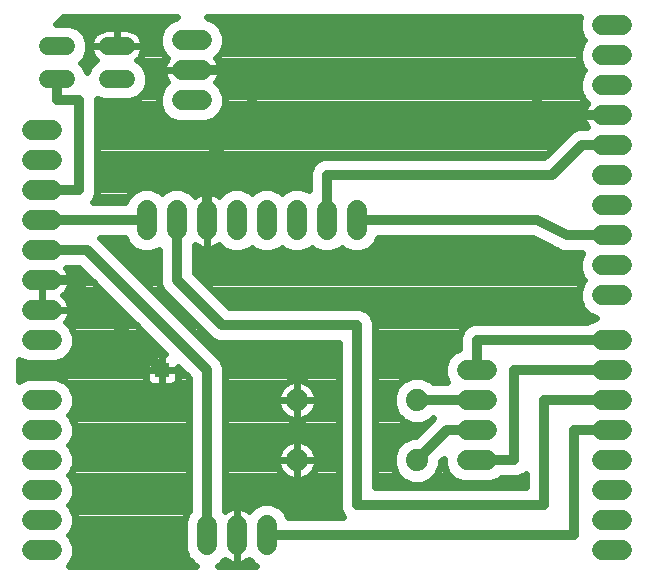
<source format=gbl>
G75*
%MOIN*%
%OFA0B0*%
%FSLAX24Y24*%
%IPPOS*%
%LPD*%
%AMOC8*
5,1,8,0,0,1.08239X$1,22.5*
%
%ADD10C,0.0660*%
%ADD11C,0.0740*%
%ADD12C,0.0600*%
%ADD13C,0.0320*%
%ADD14C,0.0240*%
%ADD15R,0.0480X0.0480*%
D10*
X001070Y002150D02*
X001730Y002150D01*
X001730Y003150D02*
X001070Y003150D01*
X001070Y004150D02*
X001730Y004150D01*
X001730Y005150D02*
X001070Y005150D01*
X001070Y006150D02*
X001730Y006150D01*
X001730Y007150D02*
X001070Y007150D01*
X001070Y009150D02*
X001730Y009150D01*
X001730Y010150D02*
X001070Y010150D01*
X001070Y011150D02*
X001730Y011150D01*
X001730Y012150D02*
X001070Y012150D01*
X001070Y013150D02*
X001730Y013150D01*
X001730Y014150D02*
X001070Y014150D01*
X001070Y015150D02*
X001730Y015150D01*
X001730Y016150D02*
X001070Y016150D01*
X004900Y013480D02*
X004900Y012820D01*
X005900Y012820D02*
X005900Y013480D01*
X006900Y013480D02*
X006900Y012820D01*
X007900Y012820D02*
X007900Y013480D01*
X008900Y013480D02*
X008900Y012820D01*
X009900Y012820D02*
X009900Y013480D01*
X010900Y013480D02*
X010900Y012820D01*
X011900Y012820D02*
X011900Y013480D01*
X015570Y008150D02*
X016230Y008150D01*
X016230Y007150D02*
X015570Y007150D01*
X015570Y006150D02*
X016230Y006150D01*
X016230Y005150D02*
X015570Y005150D01*
X020070Y005150D02*
X020730Y005150D01*
X020730Y006150D02*
X020070Y006150D01*
X020070Y007150D02*
X020730Y007150D01*
X020730Y008150D02*
X020070Y008150D01*
X020070Y009150D02*
X020730Y009150D01*
X020730Y010650D02*
X020070Y010650D01*
X020070Y011650D02*
X020730Y011650D01*
X020730Y012650D02*
X020070Y012650D01*
X020070Y013650D02*
X020730Y013650D01*
X020730Y014650D02*
X020070Y014650D01*
X020070Y015650D02*
X020730Y015650D01*
X020730Y016650D02*
X020070Y016650D01*
X020070Y017650D02*
X020730Y017650D01*
X020730Y018650D02*
X020070Y018650D01*
X020070Y019650D02*
X020730Y019650D01*
X020730Y004150D02*
X020070Y004150D01*
X020070Y003150D02*
X020730Y003150D01*
X020730Y002150D02*
X020070Y002150D01*
X008900Y002320D02*
X008900Y002980D01*
X007900Y002980D02*
X007900Y002320D01*
X006900Y002320D02*
X006900Y002980D01*
X006730Y017150D02*
X006070Y017150D01*
X006070Y018150D02*
X006730Y018150D01*
X006730Y019150D02*
X006070Y019150D01*
D11*
X009900Y007150D03*
X009900Y005150D03*
X013900Y005150D03*
X013900Y007150D03*
D12*
X004200Y017850D02*
X003600Y017850D01*
X003600Y018950D02*
X004200Y018950D01*
X002200Y018950D02*
X001600Y018950D01*
X001600Y017850D02*
X002200Y017850D01*
D13*
X001900Y017850D02*
X001900Y017150D01*
X002650Y017150D01*
X002650Y014150D01*
X001400Y014150D01*
X001400Y013150D02*
X004900Y013150D01*
X005900Y013150D02*
X005900Y011150D01*
X007400Y009650D01*
X011900Y009650D01*
X011900Y003650D01*
X018150Y003650D01*
X018150Y007150D01*
X020400Y007150D01*
X020400Y006150D02*
X019150Y006150D01*
X019150Y002650D01*
X008900Y002650D01*
X006900Y002650D02*
X006900Y008150D01*
X002900Y012150D01*
X001400Y012150D01*
X001400Y011150D02*
X002400Y011150D01*
X005400Y008150D01*
X006900Y013150D02*
X006900Y015150D01*
X008400Y016650D01*
X008400Y018150D01*
X017900Y018150D01*
X017900Y016650D01*
X020400Y016650D01*
X020400Y015650D02*
X019400Y015650D01*
X018400Y014650D01*
X010900Y014650D01*
X010900Y013150D01*
X011900Y013150D02*
X017900Y013150D01*
X018900Y012650D01*
X020400Y012650D01*
X020400Y009150D02*
X015900Y009150D01*
X015900Y008150D01*
X015900Y007150D02*
X013900Y007150D01*
X014900Y006150D02*
X013900Y005150D01*
X014900Y006150D02*
X015900Y006150D01*
X015900Y005150D02*
X017150Y005150D01*
X017150Y008150D01*
X020400Y008150D01*
X008400Y018150D02*
X006400Y018150D01*
D14*
X007360Y018150D01*
X007360Y018200D01*
X007344Y018298D01*
X007314Y018392D01*
X007269Y018480D01*
X007218Y018550D01*
X007383Y018714D01*
X007500Y018997D01*
X007500Y019303D01*
X007383Y019586D01*
X007166Y019803D01*
X006907Y019910D01*
X019344Y019910D01*
X019300Y019803D01*
X019300Y019497D01*
X019417Y019214D01*
X019481Y019150D01*
X019417Y019086D01*
X019300Y018803D01*
X019300Y018497D01*
X019417Y018214D01*
X019481Y018150D01*
X019417Y018086D01*
X019300Y017803D01*
X019300Y017497D01*
X019417Y017214D01*
X019582Y017050D01*
X019531Y016980D01*
X019486Y016892D01*
X019456Y016798D01*
X019440Y016700D01*
X019440Y016650D01*
X020400Y016650D01*
X020400Y016650D01*
X019440Y016650D01*
X019440Y016600D01*
X019456Y016502D01*
X019486Y016408D01*
X019531Y016320D01*
X019582Y016250D01*
X019581Y016250D01*
X019281Y016250D01*
X019060Y016159D01*
X018891Y015990D01*
X018151Y015250D01*
X010781Y015250D01*
X010560Y015159D01*
X010391Y014990D01*
X010300Y014769D01*
X010300Y014148D01*
X010053Y014250D01*
X009747Y014250D01*
X009464Y014133D01*
X009400Y014069D01*
X009336Y014133D01*
X009053Y014250D01*
X008747Y014250D01*
X008464Y014133D01*
X008400Y014069D01*
X008336Y014133D01*
X008053Y014250D01*
X007747Y014250D01*
X007464Y014133D01*
X007300Y013968D01*
X007230Y014019D01*
X007142Y014064D01*
X007048Y014094D01*
X006950Y014110D01*
X006900Y014110D01*
X006900Y013150D01*
X006900Y013150D01*
X006900Y014110D01*
X006850Y014110D01*
X006752Y014094D01*
X006658Y014064D01*
X006570Y014019D01*
X006500Y013968D01*
X006336Y014133D01*
X006053Y014250D01*
X005747Y014250D01*
X005464Y014133D01*
X005400Y014069D01*
X005336Y014133D01*
X005053Y014250D01*
X004747Y014250D01*
X004464Y014133D01*
X004247Y013916D01*
X004178Y013750D01*
X003099Y013750D01*
X003159Y013810D01*
X003250Y014031D01*
X003250Y017194D01*
X003453Y017110D01*
X004347Y017110D01*
X004619Y017223D01*
X004827Y017431D01*
X004940Y017703D01*
X004940Y017997D01*
X004827Y018269D01*
X004619Y018477D01*
X004588Y018490D01*
X004591Y018492D01*
X004658Y018559D01*
X004713Y018636D01*
X004756Y018720D01*
X004785Y018809D01*
X004800Y018903D01*
X004800Y018950D01*
X004800Y018997D01*
X004785Y019090D01*
X004756Y019180D01*
X004713Y019264D01*
X004658Y019341D01*
X004591Y019408D01*
X004514Y019463D01*
X004430Y019506D01*
X004340Y019535D01*
X004247Y019550D01*
X003900Y019550D01*
X003900Y018950D01*
X003900Y018950D01*
X004800Y018950D01*
X003900Y018950D01*
X003900Y018950D01*
X003900Y018950D01*
X003000Y018950D01*
X003000Y018997D01*
X003015Y019090D01*
X003044Y019180D01*
X003087Y019264D01*
X003142Y019341D01*
X003209Y019408D01*
X003286Y019463D01*
X003370Y019506D01*
X003459Y019535D01*
X003553Y019550D01*
X003900Y019550D01*
X003900Y018950D01*
X003000Y018950D01*
X003000Y018903D01*
X003015Y018809D01*
X003044Y018720D01*
X003087Y018636D01*
X003142Y018559D01*
X003209Y018492D01*
X003212Y018490D01*
X003181Y018477D01*
X002973Y018269D01*
X002900Y018094D01*
X002827Y018269D01*
X002697Y018400D01*
X002827Y018531D01*
X002940Y018803D01*
X002940Y019097D01*
X002827Y019369D01*
X002619Y019577D01*
X002347Y019690D01*
X001883Y019690D01*
X002103Y019910D01*
X005893Y019910D01*
X005634Y019803D01*
X005417Y019586D01*
X005300Y019303D01*
X005300Y018997D01*
X005417Y018714D01*
X005582Y018550D01*
X005531Y018480D01*
X005486Y018392D01*
X005456Y018298D01*
X005440Y018200D01*
X005440Y018150D01*
X006400Y018150D01*
X006400Y018150D01*
X007360Y018150D01*
X007360Y018100D01*
X007344Y018002D01*
X007314Y017908D01*
X007269Y017820D01*
X007218Y017750D01*
X007383Y017586D01*
X007500Y017303D01*
X007500Y016997D01*
X007383Y016714D01*
X007166Y016497D01*
X006883Y016380D01*
X005917Y016380D01*
X005634Y016497D01*
X005417Y016714D01*
X005300Y016997D01*
X005300Y017303D01*
X005417Y017586D01*
X005582Y017750D01*
X005531Y017820D01*
X005486Y017908D01*
X005456Y018002D01*
X005440Y018100D01*
X005440Y018150D01*
X006400Y018150D01*
X006400Y018150D01*
X007220Y017753D02*
X019300Y017753D01*
X019300Y017515D02*
X007412Y017515D01*
X007500Y017276D02*
X019391Y017276D01*
X019573Y017038D02*
X007500Y017038D01*
X007418Y016799D02*
X019456Y016799D01*
X019446Y016561D02*
X007229Y016561D01*
X007341Y017992D02*
X019378Y017992D01*
X019411Y018230D02*
X007355Y018230D01*
X007275Y018469D02*
X019312Y018469D01*
X019300Y018707D02*
X007376Y018707D01*
X007479Y018946D02*
X019359Y018946D01*
X019447Y019184D02*
X007500Y019184D01*
X007451Y019423D02*
X019331Y019423D01*
X019300Y019661D02*
X007308Y019661D01*
X006933Y019900D02*
X019340Y019900D01*
X019530Y016322D02*
X003250Y016322D01*
X003250Y016084D02*
X018985Y016084D01*
X018746Y015845D02*
X003250Y015845D01*
X003250Y015607D02*
X018508Y015607D01*
X018269Y015368D02*
X003250Y015368D01*
X003250Y015130D02*
X010531Y015130D01*
X010350Y014891D02*
X003250Y014891D01*
X003250Y014653D02*
X010300Y014653D01*
X010300Y014414D02*
X003250Y014414D01*
X003250Y014176D02*
X004567Y014176D01*
X004268Y013937D02*
X003211Y013937D01*
X003349Y012550D02*
X004178Y012550D01*
X004247Y012384D01*
X004464Y012167D01*
X004747Y012050D01*
X005053Y012050D01*
X005300Y012152D01*
X005300Y011031D01*
X005391Y010810D01*
X005560Y010641D01*
X007060Y009141D01*
X007281Y009050D01*
X011300Y009050D01*
X011300Y003531D01*
X011391Y003310D01*
X011451Y003250D01*
X009622Y003250D01*
X009553Y003416D01*
X009336Y003633D01*
X009053Y003750D01*
X008747Y003750D01*
X008464Y003633D01*
X008300Y003468D01*
X008230Y003519D01*
X008142Y003564D01*
X008048Y003594D01*
X007950Y003610D01*
X007900Y003610D01*
X007900Y002650D01*
X007900Y002650D01*
X007900Y003610D01*
X007850Y003610D01*
X007752Y003594D01*
X007658Y003564D01*
X007570Y003519D01*
X007500Y003468D01*
X007500Y003469D01*
X007500Y008269D01*
X007409Y008490D01*
X007240Y008659D01*
X003409Y012490D01*
X003349Y012550D01*
X003393Y012506D02*
X004197Y012506D01*
X004364Y012268D02*
X003631Y012268D01*
X003409Y012490D02*
X003409Y012490D01*
X003870Y012029D02*
X005300Y012029D01*
X005300Y011791D02*
X004108Y011791D01*
X004347Y011552D02*
X005300Y011552D01*
X005300Y011314D02*
X004585Y011314D01*
X004824Y011075D02*
X005300Y011075D01*
X005380Y010837D02*
X005062Y010837D01*
X005301Y010598D02*
X005603Y010598D01*
X005539Y010360D02*
X005842Y010360D01*
X005778Y010121D02*
X006080Y010121D01*
X006016Y009883D02*
X006319Y009883D01*
X006255Y009644D02*
X006557Y009644D01*
X006493Y009406D02*
X006796Y009406D01*
X006732Y009167D02*
X007034Y009167D01*
X006970Y008929D02*
X011300Y008929D01*
X011300Y008690D02*
X007209Y008690D01*
X007240Y008659D02*
X007240Y008659D01*
X007425Y008452D02*
X011300Y008452D01*
X011300Y008213D02*
X007500Y008213D01*
X007500Y007975D02*
X011300Y007975D01*
X011300Y007736D02*
X010225Y007736D01*
X010197Y007752D02*
X010116Y007786D01*
X010031Y007809D01*
X009944Y007820D01*
X009900Y007820D01*
X009900Y007150D01*
X009900Y005150D01*
X010570Y005150D01*
X010570Y005194D01*
X010559Y005281D01*
X010536Y005366D01*
X010502Y005447D01*
X010458Y005523D01*
X010405Y005593D01*
X010343Y005655D01*
X010273Y005708D01*
X010197Y005752D01*
X010116Y005786D01*
X010031Y005809D01*
X009944Y005820D01*
X009900Y005820D01*
X009900Y005150D01*
X009900Y005150D01*
X009900Y005150D01*
X010570Y005150D01*
X010570Y005106D01*
X010559Y005019D01*
X010536Y004934D01*
X010502Y004853D01*
X010458Y004777D01*
X010405Y004707D01*
X010343Y004645D01*
X010273Y004592D01*
X010197Y004548D01*
X010116Y004514D01*
X010031Y004491D01*
X009944Y004480D01*
X009900Y004480D01*
X009900Y005150D01*
X009900Y005150D01*
X009900Y005150D01*
X009230Y005150D01*
X009230Y005194D01*
X009241Y005281D01*
X009264Y005366D01*
X009298Y005447D01*
X009342Y005523D01*
X009395Y005593D01*
X009457Y005655D01*
X009527Y005708D01*
X009603Y005752D01*
X009684Y005786D01*
X009769Y005809D01*
X009856Y005820D01*
X009900Y005820D01*
X009900Y005150D01*
X009900Y004480D01*
X009856Y004480D01*
X009769Y004491D01*
X009684Y004514D01*
X009603Y004548D01*
X009527Y004592D01*
X009457Y004645D01*
X009395Y004707D01*
X009342Y004777D01*
X009298Y004853D01*
X009264Y004934D01*
X009241Y005019D01*
X009230Y005106D01*
X009230Y005150D01*
X009900Y005150D01*
X009900Y005113D02*
X009900Y005113D01*
X009900Y005351D02*
X009900Y005351D01*
X009900Y005590D02*
X009900Y005590D01*
X010407Y005590D02*
X011300Y005590D01*
X011300Y005828D02*
X007500Y005828D01*
X007500Y005590D02*
X009393Y005590D01*
X009260Y005351D02*
X007500Y005351D01*
X007500Y005113D02*
X009230Y005113D01*
X009289Y004874D02*
X007500Y004874D01*
X007500Y004636D02*
X009470Y004636D01*
X009900Y004636D02*
X009900Y004636D01*
X009900Y004874D02*
X009900Y004874D01*
X010330Y004636D02*
X011300Y004636D01*
X011300Y004874D02*
X010511Y004874D01*
X010570Y005113D02*
X011300Y005113D01*
X011300Y005351D02*
X010540Y005351D01*
X011300Y006067D02*
X007500Y006067D01*
X007500Y006305D02*
X011300Y006305D01*
X011300Y006544D02*
X010187Y006544D01*
X010197Y006548D02*
X010273Y006592D01*
X010343Y006645D01*
X010405Y006707D01*
X010458Y006777D01*
X010502Y006853D01*
X010536Y006934D01*
X010559Y007019D01*
X010570Y007106D01*
X010570Y007150D01*
X010570Y007194D01*
X010559Y007281D01*
X010536Y007366D01*
X010502Y007447D01*
X010458Y007523D01*
X010405Y007593D01*
X010343Y007655D01*
X010273Y007708D01*
X010197Y007752D01*
X009900Y007736D02*
X009900Y007736D01*
X009900Y007820D02*
X009856Y007820D01*
X009769Y007809D01*
X009684Y007786D01*
X009603Y007752D01*
X009527Y007708D01*
X009457Y007655D01*
X009395Y007593D01*
X009342Y007523D01*
X009298Y007447D01*
X009264Y007366D01*
X009241Y007281D01*
X009230Y007194D01*
X009230Y007150D01*
X009900Y007150D01*
X010570Y007150D01*
X009900Y007150D01*
X009900Y007150D01*
X009900Y007150D01*
X009900Y006480D01*
X009944Y006480D01*
X010031Y006491D01*
X010116Y006514D01*
X010197Y006548D01*
X009900Y006544D02*
X009900Y006544D01*
X009900Y006480D02*
X009900Y007150D01*
X009900Y007150D01*
X009900Y007150D01*
X009900Y007820D01*
X009900Y007498D02*
X009900Y007498D01*
X009900Y007259D02*
X009900Y007259D01*
X009900Y007150D02*
X009230Y007150D01*
X009230Y007106D01*
X009241Y007019D01*
X009264Y006934D01*
X009298Y006853D01*
X009342Y006777D01*
X009395Y006707D01*
X009457Y006645D01*
X009527Y006592D01*
X009603Y006548D01*
X009684Y006514D01*
X009769Y006491D01*
X009856Y006480D01*
X009900Y006480D01*
X009900Y006782D02*
X009900Y006782D01*
X009900Y007021D02*
X009900Y007021D01*
X009613Y006544D02*
X007500Y006544D01*
X007500Y006782D02*
X009339Y006782D01*
X009241Y007021D02*
X007500Y007021D01*
X007500Y007259D02*
X009239Y007259D01*
X009327Y007498D02*
X007500Y007498D01*
X007500Y007736D02*
X009575Y007736D01*
X010473Y007498D02*
X011300Y007498D01*
X011300Y007259D02*
X010561Y007259D01*
X010559Y007021D02*
X011300Y007021D01*
X011300Y006782D02*
X010461Y006782D01*
X011300Y004397D02*
X007500Y004397D01*
X007500Y004159D02*
X011300Y004159D01*
X011300Y003920D02*
X007500Y003920D01*
X007500Y003682D02*
X008581Y003682D01*
X009219Y003682D02*
X011300Y003682D01*
X011336Y003443D02*
X009526Y003443D01*
X008300Y001832D02*
X008230Y001781D01*
X008142Y001736D01*
X008048Y001706D01*
X007950Y001690D01*
X007900Y001690D01*
X007900Y002650D01*
X007900Y002650D01*
X007900Y001690D01*
X007850Y001690D01*
X007752Y001706D01*
X007658Y001736D01*
X007570Y001781D01*
X007500Y001832D01*
X007336Y001667D01*
X007270Y001640D01*
X008530Y001640D01*
X008464Y001667D01*
X008300Y001832D01*
X008358Y001774D02*
X008215Y001774D01*
X007900Y001774D02*
X007900Y001774D01*
X007900Y002012D02*
X007900Y002012D01*
X007900Y002251D02*
X007900Y002251D01*
X007900Y002489D02*
X007900Y002489D01*
X007900Y002728D02*
X007900Y002728D01*
X007900Y002966D02*
X007900Y002966D01*
X007900Y003205D02*
X007900Y003205D01*
X007900Y003443D02*
X007900Y003443D01*
X007585Y001774D02*
X007442Y001774D01*
X006530Y001640D02*
X002309Y001640D01*
X002383Y001714D01*
X002500Y001997D01*
X002500Y002303D01*
X002383Y002586D01*
X002319Y002650D01*
X002383Y002714D01*
X002500Y002997D01*
X002500Y003303D01*
X002383Y003586D01*
X002319Y003650D01*
X002383Y003714D01*
X002500Y003997D01*
X002500Y004303D01*
X002383Y004586D01*
X002319Y004650D01*
X002383Y004714D01*
X002500Y004997D01*
X002500Y005303D01*
X002383Y005586D01*
X002319Y005650D01*
X002383Y005714D01*
X002500Y005997D01*
X002500Y006303D01*
X002383Y006586D01*
X002319Y006650D01*
X002383Y006714D01*
X002500Y006997D01*
X002500Y007303D01*
X002383Y007586D01*
X002166Y007803D01*
X001883Y007920D01*
X000917Y007920D01*
X000640Y007805D01*
X000640Y008495D01*
X000917Y008380D01*
X001883Y008380D01*
X002166Y008497D01*
X002383Y008714D01*
X002500Y008997D01*
X002500Y009303D01*
X002383Y009586D01*
X002218Y009750D01*
X002269Y009820D01*
X002314Y009908D01*
X002344Y010002D01*
X002360Y010100D01*
X002360Y010150D01*
X002360Y010200D01*
X002344Y010298D01*
X002314Y010392D01*
X002269Y010480D01*
X002211Y010560D01*
X002140Y010631D01*
X002114Y010650D01*
X002140Y010669D01*
X002211Y010740D01*
X002269Y010820D01*
X002314Y010908D01*
X002344Y011002D01*
X002360Y011100D01*
X002360Y011150D01*
X002360Y011200D01*
X002344Y011298D01*
X002314Y011392D01*
X002269Y011480D01*
X002218Y011550D01*
X002219Y011550D01*
X002651Y011550D01*
X005511Y008690D01*
X002359Y008690D01*
X002472Y008929D02*
X005273Y008929D01*
X005400Y008690D02*
X005130Y008690D01*
X005072Y008678D01*
X005018Y008656D01*
X004969Y008623D01*
X004927Y008581D01*
X004894Y008532D01*
X004872Y008478D01*
X004860Y008420D01*
X004860Y008150D01*
X005400Y008150D01*
X005400Y008150D01*
X005400Y008690D01*
X005511Y008690D01*
X005400Y008690D02*
X005400Y008150D01*
X005940Y008150D01*
X005940Y008261D01*
X006300Y007901D01*
X006300Y003469D01*
X006247Y003416D01*
X006130Y003133D01*
X006130Y002167D01*
X006247Y001884D01*
X006464Y001667D01*
X006530Y001640D01*
X006358Y001774D02*
X002407Y001774D01*
X002500Y002012D02*
X006194Y002012D01*
X006130Y002251D02*
X002500Y002251D01*
X002423Y002489D02*
X006130Y002489D01*
X006130Y002728D02*
X002388Y002728D01*
X002487Y002966D02*
X006130Y002966D01*
X006160Y003205D02*
X002500Y003205D01*
X002442Y003443D02*
X006274Y003443D01*
X006300Y003682D02*
X002350Y003682D01*
X002468Y003920D02*
X006300Y003920D01*
X006300Y004159D02*
X002500Y004159D01*
X002461Y004397D02*
X006300Y004397D01*
X006300Y004636D02*
X002333Y004636D01*
X002449Y004874D02*
X006300Y004874D01*
X006300Y005113D02*
X002500Y005113D01*
X002480Y005351D02*
X006300Y005351D01*
X006300Y005590D02*
X002379Y005590D01*
X002430Y005828D02*
X006300Y005828D01*
X006300Y006067D02*
X002500Y006067D01*
X002499Y006305D02*
X006300Y006305D01*
X006300Y006544D02*
X002400Y006544D01*
X002411Y006782D02*
X006300Y006782D01*
X006300Y007021D02*
X002500Y007021D01*
X002500Y007259D02*
X006300Y007259D01*
X006300Y007498D02*
X002419Y007498D01*
X002233Y007736D02*
X004915Y007736D01*
X004927Y007719D02*
X004969Y007677D01*
X005018Y007644D01*
X005072Y007622D01*
X005130Y007610D01*
X005400Y007610D01*
X005670Y007610D01*
X005728Y007622D01*
X005782Y007644D01*
X005831Y007677D01*
X005873Y007719D01*
X005906Y007768D01*
X005928Y007822D01*
X005940Y007880D01*
X005940Y008150D01*
X005400Y008150D01*
X005400Y008150D01*
X005400Y007610D01*
X005400Y008150D01*
X005400Y008150D01*
X005400Y008150D01*
X004860Y008150D01*
X004860Y007880D01*
X004872Y007822D01*
X004894Y007768D01*
X004927Y007719D01*
X004860Y007975D02*
X000640Y007975D01*
X000640Y008213D02*
X004860Y008213D01*
X004866Y008452D02*
X002056Y008452D01*
X002500Y009167D02*
X005034Y009167D01*
X004796Y009406D02*
X002458Y009406D01*
X002325Y009644D02*
X004557Y009644D01*
X004319Y009883D02*
X002301Y009883D01*
X002360Y010121D02*
X004080Y010121D01*
X003842Y010360D02*
X002324Y010360D01*
X002360Y010150D02*
X001400Y010150D01*
X001400Y011150D01*
X002360Y011150D01*
X001400Y011150D01*
X001400Y011150D01*
X001400Y010150D01*
X001400Y010150D01*
X001400Y010150D01*
X002360Y010150D01*
X002173Y010598D02*
X003603Y010598D01*
X003365Y010837D02*
X002277Y010837D01*
X002356Y011075D02*
X003126Y011075D01*
X002888Y011314D02*
X002339Y011314D01*
X001400Y011150D02*
X001400Y011150D01*
X001400Y010780D01*
X001400Y010150D01*
X001400Y010360D02*
X001400Y010360D01*
X001400Y010598D02*
X001400Y010598D01*
X001400Y010837D02*
X001400Y010837D01*
X001400Y011075D02*
X001400Y011075D01*
X000744Y008452D02*
X000640Y008452D01*
X005233Y014176D02*
X005567Y014176D01*
X006233Y014176D02*
X007567Y014176D01*
X008233Y014176D02*
X008567Y014176D01*
X009233Y014176D02*
X009567Y014176D01*
X010233Y014176D02*
X010300Y014176D01*
X010400Y012231D02*
X010464Y012167D01*
X010747Y012050D01*
X011053Y012050D01*
X011336Y012167D01*
X011400Y012231D01*
X011464Y012167D01*
X011747Y012050D01*
X012053Y012050D01*
X012336Y012167D01*
X012553Y012384D01*
X012622Y012550D01*
X017758Y012550D01*
X018545Y012157D01*
X018560Y012141D01*
X018651Y012104D01*
X018738Y012060D01*
X018760Y012058D01*
X018781Y012050D01*
X018879Y012050D01*
X018977Y012043D01*
X018997Y012050D01*
X019402Y012050D01*
X019300Y011803D01*
X019300Y011497D01*
X019417Y011214D01*
X019481Y011150D01*
X019417Y011086D01*
X019300Y010803D01*
X019300Y010497D01*
X019417Y010214D01*
X019634Y009997D01*
X019869Y009900D01*
X019634Y009803D01*
X019581Y009750D01*
X015781Y009750D01*
X015560Y009659D01*
X015391Y009490D01*
X015300Y009269D01*
X015300Y008872D01*
X015134Y008803D01*
X014917Y008586D01*
X014800Y008303D01*
X014800Y007997D01*
X014902Y007750D01*
X014446Y007750D01*
X014359Y007837D01*
X014061Y007960D01*
X013739Y007960D01*
X013441Y007837D01*
X013213Y007609D01*
X013090Y007311D01*
X013090Y006989D01*
X013213Y006691D01*
X013441Y006463D01*
X013739Y006340D01*
X014061Y006340D01*
X014359Y006463D01*
X014446Y006550D01*
X014451Y006550D01*
X013861Y005960D01*
X013739Y005960D01*
X013441Y005837D01*
X013213Y005609D01*
X013090Y005311D01*
X013090Y004989D01*
X013213Y004691D01*
X013441Y004463D01*
X013739Y004340D01*
X014061Y004340D01*
X014359Y004463D01*
X014587Y004691D01*
X014710Y004989D01*
X014710Y005111D01*
X014800Y005201D01*
X014800Y004997D01*
X014917Y004714D01*
X015134Y004497D01*
X015417Y004380D01*
X016383Y004380D01*
X016666Y004497D01*
X016719Y004550D01*
X017269Y004550D01*
X017490Y004641D01*
X017550Y004701D01*
X017550Y004250D01*
X012500Y004250D01*
X012500Y009769D01*
X012409Y009990D01*
X012240Y010159D01*
X012019Y010250D01*
X007649Y010250D01*
X006500Y011399D01*
X006500Y012331D01*
X006500Y012332D01*
X006570Y012281D01*
X006658Y012236D01*
X006752Y012206D01*
X006850Y012190D01*
X006900Y012190D01*
X006950Y012190D01*
X007048Y012206D01*
X007142Y012236D01*
X007230Y012281D01*
X007300Y012332D01*
X007464Y012167D01*
X007747Y012050D01*
X008053Y012050D01*
X008336Y012167D01*
X008400Y012231D01*
X008464Y012167D01*
X008747Y012050D01*
X009053Y012050D01*
X009336Y012167D01*
X009400Y012231D01*
X009464Y012167D01*
X009747Y012050D01*
X010053Y012050D01*
X010336Y012167D01*
X010400Y012231D01*
X012436Y012268D02*
X018323Y012268D01*
X017846Y012506D02*
X012603Y012506D01*
X012278Y010121D02*
X019510Y010121D01*
X019357Y010360D02*
X007539Y010360D01*
X007301Y010598D02*
X019300Y010598D01*
X019314Y010837D02*
X007062Y010837D01*
X006824Y011075D02*
X019413Y011075D01*
X019376Y011314D02*
X006585Y011314D01*
X006500Y011552D02*
X019300Y011552D01*
X019300Y011791D02*
X006500Y011791D01*
X006500Y012029D02*
X019394Y012029D01*
X019826Y009883D02*
X012453Y009883D01*
X012500Y009644D02*
X015545Y009644D01*
X015356Y009406D02*
X012500Y009406D01*
X012500Y009167D02*
X015300Y009167D01*
X015300Y008929D02*
X012500Y008929D01*
X012500Y008690D02*
X015021Y008690D01*
X014861Y008452D02*
X012500Y008452D01*
X012500Y008213D02*
X014800Y008213D01*
X014809Y007975D02*
X012500Y007975D01*
X012500Y007736D02*
X013340Y007736D01*
X013167Y007498D02*
X012500Y007498D01*
X012500Y007259D02*
X013090Y007259D01*
X013090Y007021D02*
X012500Y007021D01*
X012500Y006782D02*
X013176Y006782D01*
X013361Y006544D02*
X012500Y006544D01*
X012500Y006305D02*
X014206Y006305D01*
X014439Y006544D02*
X014445Y006544D01*
X013968Y006067D02*
X012500Y006067D01*
X012500Y005828D02*
X013432Y005828D01*
X013205Y005590D02*
X012500Y005590D01*
X012500Y005351D02*
X013107Y005351D01*
X013090Y005113D02*
X012500Y005113D01*
X012500Y004874D02*
X013138Y004874D01*
X013269Y004636D02*
X012500Y004636D01*
X012500Y004397D02*
X013601Y004397D01*
X014199Y004397D02*
X015376Y004397D01*
X014996Y004636D02*
X014531Y004636D01*
X014662Y004874D02*
X014851Y004874D01*
X014800Y005113D02*
X014711Y005113D01*
X016424Y004397D02*
X017550Y004397D01*
X017550Y004636D02*
X017476Y004636D01*
X020400Y007150D02*
X020900Y007150D01*
X007364Y012268D02*
X007203Y012268D01*
X006900Y012268D02*
X006900Y012268D01*
X006900Y012190D02*
X006900Y013150D01*
X006900Y012190D01*
X006597Y012268D02*
X006500Y012268D01*
X006900Y012506D02*
X006900Y012506D01*
X006900Y012745D02*
X006900Y012745D01*
X006900Y012983D02*
X006900Y012983D01*
X006900Y013150D02*
X006900Y013150D01*
X006900Y013222D02*
X006900Y013222D01*
X006900Y013460D02*
X006900Y013460D01*
X006900Y013699D02*
X006900Y013699D01*
X006900Y013937D02*
X006900Y013937D01*
X005571Y016561D02*
X003250Y016561D01*
X003250Y016799D02*
X005382Y016799D01*
X005300Y017038D02*
X003250Y017038D01*
X002956Y018230D02*
X002844Y018230D01*
X002765Y018469D02*
X003172Y018469D01*
X003050Y018707D02*
X002900Y018707D01*
X002940Y018946D02*
X003000Y018946D01*
X003046Y019184D02*
X002904Y019184D01*
X002774Y019423D02*
X003230Y019423D01*
X003900Y019423D02*
X003900Y019423D01*
X003900Y019184D02*
X003900Y019184D01*
X004570Y019423D02*
X005349Y019423D01*
X005300Y019184D02*
X004754Y019184D01*
X004800Y018946D02*
X005321Y018946D01*
X005424Y018707D02*
X004750Y018707D01*
X004628Y018469D02*
X005525Y018469D01*
X005445Y018230D02*
X004844Y018230D01*
X004940Y017992D02*
X005459Y017992D01*
X005580Y017753D02*
X004940Y017753D01*
X004862Y017515D02*
X005388Y017515D01*
X005300Y017276D02*
X004673Y017276D01*
X005492Y019661D02*
X002417Y019661D01*
X002092Y019900D02*
X005867Y019900D01*
X005400Y008452D02*
X005400Y008452D01*
X005400Y008213D02*
X005400Y008213D01*
X005400Y007975D02*
X005400Y007975D01*
X005400Y007736D02*
X005400Y007736D01*
X005885Y007736D02*
X006300Y007736D01*
X006227Y007975D02*
X005940Y007975D01*
X005940Y008213D02*
X005988Y008213D01*
D15*
X005400Y008150D03*
M02*

</source>
